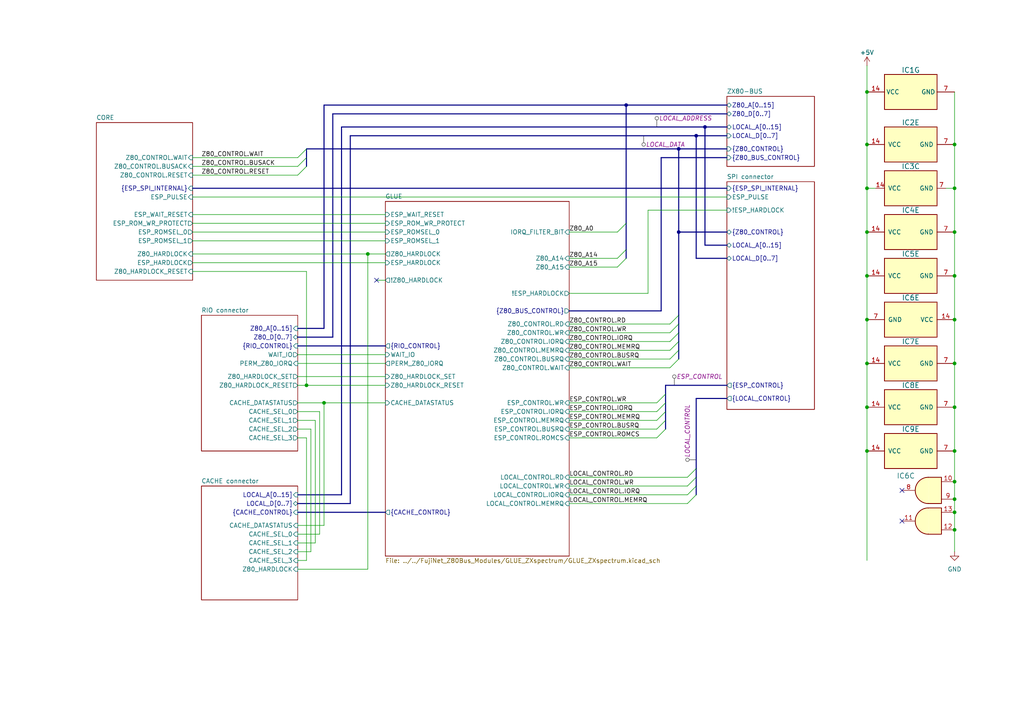
<source format=kicad_sch>
(kicad_sch (version 20230121) (generator eeschema)
  (paper "A4")
  (title_block (title "FujiNet Z80Bus reference design") (date "2023-05-13") (rev "0.1") (company "FujiNet"))
  (lib_symbols
    (symbol "74xx:74HC04"
      (property "Reference" "U" (at 0 1.27 0))
      (property "Value" "74HC04" (at 0 -1.27 0))
      (symbol "74HC04_1_0"
        (polyline (pts (xy -3.81 3.81) (xy -3.81 -3.81) (xy 3.81 0) (xy -3.81 3.81)) (stroke (width 0.254)) (fill (type background)))
        (pin input line (at -7.62 0 0) (length 3.81) (name "~") (number "1"))
        (pin output inverted (at 7.62 0 180) (length 3.81) (name "~") (number "2"))
      )
      (symbol "74HC04_2_0"
        (polyline (pts (xy -3.81 3.81) (xy -3.81 -3.81) (xy 3.81 0) (xy -3.81 3.81)) (stroke (width 0.254)) (fill (type background)))
        (pin input line (at -7.62 0 0) (length 3.81) (name "~") (number "3"))
        (pin output inverted (at 7.62 0 180) (length 3.81) (name "~") (number "4"))
      )
      (symbol "74HC04_3_0"
        (polyline (pts (xy -3.81 3.81) (xy -3.81 -3.81) (xy 3.81 0) (xy -3.81 3.81)) (stroke (width 0.254)) (fill (type background)))
        (pin input line (at -7.62 0 0) (length 3.81) (name "~") (number "5"))
        (pin output inverted (at 7.62 0 180) (length 3.81) (name "~") (number "6"))
      )
      (symbol "74HC04_4_0"
        (polyline (pts (xy -3.81 3.81) (xy -3.81 -3.81) (xy 3.81 0) (xy -3.81 3.81)) (stroke (width 0.254)) (fill (type background)))
        (pin output inverted (at 7.62 0 180) (length 3.81) (name "~") (number "8"))
        (pin input line (at -7.62 0 0) (length 3.81) (name "~") (number "9"))
      )
      (symbol "74HC04_5_0"
        (polyline (pts (xy -3.81 3.81) (xy -3.81 -3.81) (xy 3.81 0) (xy -3.81 3.81)) (stroke (width 0.254)) (fill (type background)))
        (pin output inverted (at 7.62 0 180) (length 3.81) (name "~") (number "10"))
        (pin input line (at -7.62 0 0) (length 3.81) (name "~") (number "11"))
      )
      (symbol "74HC04_6_0"
        (polyline (pts (xy -3.81 3.81) (xy -3.81 -3.81) (xy 3.81 0) (xy -3.81 3.81)) (stroke (width 0.254)) (fill (type background)))
        (pin output inverted (at 7.62 0 180) (length 3.81) (name "~") (number "12"))
        (pin input line (at -7.62 0 0) (length 3.81) (name "~") (number "13"))
      )
      (symbol "74HC04_7_0"
        (pin power_in line (at 0 12.7 270) (length 5.08) (name "VCC") (number "14"))
        (pin power_in line (at 0 -12.7 90) (length 5.08) (name "GND") (number "7"))
      )
      (symbol "74HC04_7_1"
        (rectangle (start -5.08 7.62) (end 5.08 -7.62) (stroke (width 0.254)) (fill (type background)))
      )
    )
    (symbol "74xx:74HC74" (pin_names (offset 1.016))
      (property "Reference" "U" (at -7.62 8.89 0))
      (property "Value" "74HC74" (at -7.62 -8.89 0))
      (symbol "74HC74_1_0"
        (pin input line (at 0 -7.62 90) (length 2.54) (name "~{R}") (number "1"))
        (pin input line (at -7.62 2.54 0) (length 2.54) (name "D") (number "2"))
        (pin input clock (at -7.62 0 0) (length 2.54) (name "C") (number "3"))
        (pin input line (at 0 7.62 270) (length 2.54) (name "~{S}") (number "4"))
        (pin output line (at 7.62 2.54 180) (length 2.54) (name "Q") (number "5"))
        (pin output line (at 7.62 -2.54 180) (length 2.54) (name "~{Q}") (number "6"))
      )
      (symbol "74HC74_1_1"
        (rectangle (start -5.08 5.08) (end 5.08 -5.08) (stroke (width 0.254)) (fill (type background)))
      )
      (symbol "74HC74_2_0"
        (pin input line (at 0 7.62 270) (length 2.54) (name "~{S}") (number "10"))
        (pin input clock (at -7.62 0 0) (length 2.54) (name "C") (number "11"))
        (pin input line (at -7.62 2.54 0) (length 2.54) (name "D") (number "12"))
        (pin input line (at 0 -7.62 90) (length 2.54) (name "~{R}") (number "13"))
        (pin output line (at 7.62 -2.54 180) (length 2.54) (name "~{Q}") (number "8"))
        (pin output line (at 7.62 2.54 180) (length 2.54) (name "Q") (number "9"))
      )
      (symbol "74HC74_2_1"
        (rectangle (start -5.08 5.08) (end 5.08 -5.08) (stroke (width 0.254)) (fill (type background)))
      )
      (symbol "74HC74_3_0"
        (pin power_in line (at 0 10.16 270) (length 2.54) (name "VCC") (number "14"))
        (pin power_in line (at 0 -10.16 90) (length 2.54) (name "GND") (number "7"))
      )
      (symbol "74HC74_3_1"
        (rectangle (start -5.08 7.62) (end 5.08 -7.62) (stroke (width 0.254)) (fill (type background)))
      )
    )
    (symbol "74xx:74LS08" (pin_names (offset 1.016))
      (property "Reference" "U" (at 0 1.27 0))
      (property "Value" "74LS08" (at 0 -1.27 0))
      (symbol "74LS08_1_1"
        (arc (start 0 -3.81) (mid 3.7934 0) (end 0 3.81) (stroke (width 0.254)) (fill (type background)))
        (polyline (pts (xy 0 3.81) (xy -3.81 3.81) (xy -3.81 -3.81) (xy 0 -3.81)) (stroke (width 0.254)) (fill (type background)))
        (pin input line (at -7.62 2.54 0) (length 3.81) (name "~") (number "1"))
        (pin input line (at -7.62 -2.54 0) (length 3.81) (name "~") (number "2"))
        (pin output line (at 7.62 0 180) (length 3.81) (name "~") (number "3"))
      )
      (symbol "74LS08_1_2"
        (arc (start -3.81 -3.81) (mid -2.589 0) (end -3.81 3.81) (stroke (width 0.254)))
        (arc (start -0.6096 -3.81) (mid 2.1842 -2.5851) (end 3.81 0) (stroke (width 0.254)) (fill (type background)))
        (polyline (pts (xy -3.81 -3.81) (xy -0.635 -3.81)) (stroke (width 0.254)) (fill (type background)))
        (polyline (pts (xy -3.81 3.81) (xy -0.635 3.81)) (stroke (width 0.254)) (fill (type background)))
        (polyline (pts (xy -0.635 3.81) (xy -3.81 3.81) (xy -3.81 3.81) (xy -3.556 3.4036) (xy -3.0226 2.2606) (xy -2.6924 1.0414) (xy -2.6162 -0.254) (xy -2.7686 -1.4986) (xy -3.175 -2.7178) (xy -3.81 -3.81) (xy -3.81 -3.81) (xy -0.635 -3.81)) (stroke (width -25.4)) (fill (type background)))
        (arc (start 3.81 0) (mid 2.1915 2.5936) (end -0.6096 3.81) (stroke (width 0.254)) (fill (type background)))
        (pin input inverted (at -7.62 2.54 0) (length 4.318) (name "~") (number "1"))
        (pin input inverted (at -7.62 -2.54 0) (length 4.318) (name "~") (number "2"))
        (pin output inverted (at 7.62 0 180) (length 3.81) (name "~") (number "3"))
      )
      (symbol "74LS08_2_1"
        (arc (start 0 -3.81) (mid 3.7934 0) (end 0 3.81) (stroke (width 0.254)) (fill (type background)))
        (polyline (pts (xy 0 3.81) (xy -3.81 3.81) (xy -3.81 -3.81) (xy 0 -3.81)) (stroke (width 0.254)) (fill (type background)))
        (pin input line (at -7.62 2.54 0) (length 3.81) (name "~") (number "4"))
        (pin input line (at -7.62 -2.54 0) (length 3.81) (name "~") (number "5"))
        (pin output line (at 7.62 0 180) (length 3.81) (name "~") (number "6"))
      )
      (symbol "74LS08_2_2"
        (arc (start -3.81 -3.81) (mid -2.589 0) (end -3.81 3.81) (stroke (width 0.254)))
        (arc (start -0.6096 -3.81) (mid 2.1842 -2.5851) (end 3.81 0) (stroke (width 0.254)) (fill (type background)))
        (polyline (pts (xy -3.81 -3.81) (xy -0.635 -3.81)) (stroke (width 0.254)) (fill (type background)))
        (polyline (pts (xy -3.81 3.81) (xy -0.635 3.81)) (stroke (width 0.254)) (fill (type background)))
        (polyline (pts (xy -0.635 3.81) (xy -3.81 3.81) (xy -3.81 3.81) (xy -3.556 3.4036) (xy -3.0226 2.2606) (xy -2.6924 1.0414) (xy -2.6162 -0.254) (xy -2.7686 -1.4986) (xy -3.175 -2.7178) (xy -3.81 -3.81) (xy -3.81 -3.81) (xy -0.635 -3.81)) (stroke (width -25.4)) (fill (type background)))
        (arc (start 3.81 0) (mid 2.1915 2.5936) (end -0.6096 3.81) (stroke (width 0.254)) (fill (type background)))
        (pin input inverted (at -7.62 2.54 0) (length 4.318) (name "~") (number "4"))
        (pin input inverted (at -7.62 -2.54 0) (length 4.318) (name "~") (number "5"))
        (pin output inverted (at 7.62 0 180) (length 3.81) (name "~") (number "6"))
      )
      (symbol "74LS08_3_1"
        (arc (start 0 -3.81) (mid 3.7934 0) (end 0 3.81) (stroke (width 0.254)) (fill (type background)))
        (polyline (pts (xy 0 3.81) (xy -3.81 3.81) (xy -3.81 -3.81) (xy 0 -3.81)) (stroke (width 0.254)) (fill (type background)))
        (pin input line (at -7.62 -2.54 0) (length 3.81) (name "~") (number "10"))
        (pin output line (at 7.62 0 180) (length 3.81) (name "~") (number "8"))
        (pin input line (at -7.62 2.54 0) (length 3.81) (name "~") (number "9"))
      )
      (symbol "74LS08_3_2"
        (arc (start -3.81 -3.81) (mid -2.589 0) (end -3.81 3.81) (stroke (width 0.254)))
        (arc (start -0.6096 -3.81) (mid 2.1842 -2.5851) (end 3.81 0) (stroke (width 0.254)) (fill (type background)))
        (polyline (pts (xy -3.81 -3.81) (xy -0.635 -3.81)) (stroke (width 0.254)) (fill (type background)))
        (polyline (pts (xy -3.81 3.81) (xy -0.635 3.81)) (stroke (width 0.254)) (fill (type background)))
        (polyline (pts (xy -0.635 3.81) (xy -3.81 3.81) (xy -3.81 3.81) (xy -3.556 3.4036) (xy -3.0226 2.2606) (xy -2.6924 1.0414) (xy -2.6162 -0.254) (xy -2.7686 -1.4986) (xy -3.175 -2.7178) (xy -3.81 -3.81) (xy -3.81 -3.81) (xy -0.635 -3.81)) (stroke (width -25.4)) (fill (type background)))
        (arc (start 3.81 0) (mid 2.1915 2.5936) (end -0.6096 3.81) (stroke (width 0.254)) (fill (type background)))
        (pin input inverted (at -7.62 -2.54 0) (length 4.318) (name "~") (number "10"))
        (pin output inverted (at 7.62 0 180) (length 3.81) (name "~") (number "8"))
        (pin input inverted (at -7.62 2.54 0) (length 4.318) (name "~") (number "9"))
      )
      (symbol "74LS08_4_1"
        (arc (start 0 -3.81) (mid 3.7934 0) (end 0 3.81) (stroke (width 0.254)) (fill (type background)))
        (polyline (pts (xy 0 3.81) (xy -3.81 3.81) (xy -3.81 -3.81) (xy 0 -3.81)) (stroke (width 0.254)) (fill (type background)))
        (pin output line (at 7.62 0 180) (length 3.81) (name "~") (number "11"))
        (pin input line (at -7.62 2.54 0) (length 3.81) (name "~") (number "12"))
        (pin input line (at -7.62 -2.54 0) (length 3.81) (name "~") (number "13"))
      )
      (symbol "74LS08_4_2"
        (arc (start -3.81 -3.81) (mid -2.589 0) (end -3.81 3.81) (stroke (width 0.254)))
        (arc (start -0.6096 -3.81) (mid 2.1842 -2.5851) (end 3.81 0) (stroke (width 0.254)) (fill (type background)))
        (polyline (pts (xy -3.81 -3.81) (xy -0.635 -3.81)) (stroke (width 0.254)) (fill (type background)))
        (polyline (pts (xy -3.81 3.81) (xy -0.635 3.81)) (stroke (width 0.254)) (fill (type background)))
        (polyline (pts (xy -0.635 3.81) (xy -3.81 3.81) (xy -3.81 3.81) (xy -3.556 3.4036) (xy -3.0226 2.2606) (xy -2.6924 1.0414) (xy -2.6162 -0.254) (xy -2.7686 -1.4986) (xy -3.175 -2.7178) (xy -3.81 -3.81) (xy -3.81 -3.81) (xy -0.635 -3.81)) (stroke (width -25.4)) (fill (type background)))
        (arc (start 3.81 0) (mid 2.1915 2.5936) (end -0.6096 3.81) (stroke (width 0.254)) (fill (type background)))
        (pin output inverted (at 7.62 0 180) (length 3.81) (name "~") (number "11"))
        (pin input inverted (at -7.62 2.54 0) (length 4.318) (name "~") (number "12"))
        (pin input inverted (at -7.62 -2.54 0) (length 4.318) (name "~") (number "13"))
      )
      (symbol "74LS08_5_0"
        (pin power_in line (at 0 12.7 270) (length 5.08) (name "VCC") (number "14"))
        (pin power_in line (at 0 -12.7 90) (length 5.08) (name "GND") (number "7"))
      )
      (symbol "74LS08_5_1"
        (rectangle (start -5.08 7.62) (end 5.08 -7.62) (stroke (width 0.254)) (fill (type background)))
      )
    )
    (symbol "74xx:74LS32" (pin_names (offset 1.016))
      (property "Reference" "U" (at 0 1.27 0))
      (property "Value" "74LS32" (at 0 -1.27 0))
      (symbol "74LS32_1_1"
        (arc (start -3.81 -3.81) (mid -2.589 0) (end -3.81 3.81) (stroke (width 0.254)))
        (arc (start -0.6096 -3.81) (mid 2.1842 -2.5851) (end 3.81 0) (stroke (width 0.254)) (fill (type background)))
        (polyline (pts (xy -3.81 -3.81) (xy -0.635 -3.81)) (stroke (width 0.254)) (fill (type background)))
        (polyline (pts (xy -3.81 3.81) (xy -0.635 3.81)) (stroke (width 0.254)) (fill (type background)))
        (polyline (pts (xy -0.635 3.81) (xy -3.81 3.81) (xy -3.81 3.81) (xy -3.556 3.4036) (xy -3.0226 2.2606) (xy -2.6924 1.0414) (xy -2.6162 -0.254) (xy -2.7686 -1.4986) (xy -3.175 -2.7178) (xy -3.81 -3.81) (xy -3.81 -3.81) (xy -0.635 -3.81)) (stroke (width -25.4)) (fill (type background)))
        (arc (start 3.81 0) (mid 2.1915 2.5936) (end -0.6096 3.81) (stroke (width 0.254)) (fill (type background)))
        (pin input line (at -7.62 2.54 0) (length 4.318) (name "~") (number "1"))
        (pin input line (at -7.62 -2.54 0) (length 4.318) (name "~") (number "2"))
        (pin output line (at 7.62 0 180) (length 3.81) (name "~") (number "3"))
      )
      (symbol "74LS32_1_2"
        (arc (start 0 -3.81) (mid 3.7934 0) (end 0 3.81) (stroke (width 0.254)) (fill (type background)))
        (polyline (pts (xy 0 3.81) (xy -3.81 3.81) (xy -3.81 -3.81) (xy 0 -3.81)) (stroke (width 0.254)) (fill (type background)))
        (pin input inverted (at -7.62 2.54 0) (length 3.81) (name "~") (number "1"))
        (pin input inverted (at -7.62 -2.54 0) (length 3.81) (name "~") (number "2"))
        (pin output inverted (at 7.62 0 180) (length 3.81) (name "~") (number "3"))
      )
      (symbol "74LS32_2_1"
        (arc (start -3.81 -3.81) (mid -2.589 0) (end -3.81 3.81) (stroke (width 0.254)))
        (arc (start -0.6096 -3.81) (mid 2.1842 -2.5851) (end 3.81 0) (stroke (width 0.254)) (fill (type background)))
        (polyline (pts (xy -3.81 -3.81) (xy -0.635 -3.81)) (stroke (width 0.254)) (fill (type background)))
        (polyline (pts (xy -3.81 3.81) (xy -0.635 3.81)) (stroke (width 0.254)) (fill (type background)))
        (polyline (pts (xy -0.635 3.81) (xy -3.81 3.81) (xy -3.81 3.81) (xy -3.556 3.4036) (xy -3.0226 2.2606) (xy -2.6924 1.0414) (xy -2.6162 -0.254) (xy -2.7686 -1.4986) (xy -3.175 -2.7178) (xy -3.81 -3.81) (xy -3.81 -3.81) (xy -0.635 -3.81)) (stroke (width -25.4)) (fill (type background)))
        (arc (start 3.81 0) (mid 2.1915 2.5936) (end -0.6096 3.81) (stroke (width 0.254)) (fill (type background)))
        (pin input line (at -7.62 2.54 0) (length 4.318) (name "~") (number "4"))
        (pin input line (at -7.62 -2.54 0) (length 4.318) (name "~") (number "5"))
        (pin output line (at 7.62 0 180) (length 3.81) (name "~") (number "6"))
      )
      (symbol "74LS32_2_2"
        (arc (start 0 -3.81) (mid 3.7934 0) (end 0 3.81) (stroke (width 0.254)) (fill (type background)))
        (polyline (pts (xy 0 3.81) (xy -3.81 3.81) (xy -3.81 -3.81) (xy 0 -3.81)) (stroke (width 0.254)) (fill (type background)))
        (pin input inverted (at -7.62 2.54 0) (length 3.81) (name "~") (number "4"))
        (pin input inverted (at -7.62 -2.54 0) (length 3.81) (name "~") (number "5"))
        (pin output inverted (at 7.62 0 180) (length 3.81) (name "~") (number "6"))
      )
      (symbol "74LS32_3_1"
        (arc (start -3.81 -3.81) (mid -2.589 0) (end -3.81 3.81) (stroke (width 0.254)))
        (arc (start -0.6096 -3.81) (mid 2.1842 -2.5851) (end 3.81 0) (stroke (width 0.254)) (fill (type background)))
        (polyline (pts (xy -3.81 -3.81) (xy -0.635 -3.81)) (stroke (width 0.254)) (fill (type background)))
        (polyline (pts (xy -3.81 3.81) (xy -0.635 3.81)) (stroke (width 0.254)) (fill (type background)))
        (polyline (pts (xy -0.635 3.81) (xy -3.81 3.81) (xy -3.81 3.81) (xy -3.556 3.4036) (xy -3.0226 2.2606) (xy -2.6924 1.0414) (xy -2.6162 -0.254) (xy -2.7686 -1.4986) (xy -3.175 -2.7178) (xy -3.81 -3.81) (xy -3.81 -3.81) (xy -0.635 -3.81)) (stroke (width -25.4)) (fill (type background)))
        (arc (start 3.81 0) (mid 2.1915 2.5936) (end -0.6096 3.81) (stroke (width 0.254)) (fill (type background)))
        (pin input line (at -7.62 -2.54 0) (length 4.318) (name "~") (number "10"))
        (pin output line (at 7.62 0 180) (length 3.81) (name "~") (number "8"))
        (pin input line (at -7.62 2.54 0) (length 4.318) (name "~") (number "9"))
      )
      (symbol "74LS32_3_2"
        (arc (start 0 -3.81) (mid 3.7934 0) (end 0 3.81) (stroke (width 0.254)) (fill (type background)))
        (polyline (pts (xy 0 3.81) (xy -3.81 3.81) (xy -3.81 -3.81) (xy 0 -3.81)) (stroke (width 0.254)) (fill (type background)))
        (pin input inverted (at -7.62 -2.54 0) (length 3.81) (name "~") (number "10"))
        (pin output inverted (at 7.62 0 180) (length 3.81) (name "~") (number "8"))
        (pin input inverted (at -7.62 2.54 0) (length 3.81) (name "~") (number "9"))
      )
      (symbol "74LS32_4_1"
        (arc (start -3.81 -3.81) (mid -2.589 0) (end -3.81 3.81) (stroke (width 0.254)))
        (arc (start -0.6096 -3.81) (mid 2.1842 -2.5851) (end 3.81 0) (stroke (width 0.254)) (fill (type background)))
        (polyline (pts (xy -3.81 -3.81) (xy -0.635 -3.81)) (stroke (width 0.254)) (fill (type background)))
        (polyline (pts (xy -3.81 3.81) (xy -0.635 3.81)) (stroke (width 0.254)) (fill (type background)))
        (polyline (pts (xy -0.635 3.81) (xy -3.81 3.81) (xy -3.81 3.81) (xy -3.556 3.4036) (xy -3.0226 2.2606) (xy -2.6924 1.0414) (xy -2.6162 -0.254) (xy -2.7686 -1.4986) (xy -3.175 -2.7178) (xy -3.81 -3.81) (xy -3.81 -3.81) (xy -0.635 -3.81)) (stroke (width -25.4)) (fill (type background)))
        (arc (start 3.81 0) (mid 2.1915 2.5936) (end -0.6096 3.81) (stroke (width 0.254)) (fill (type background)))
        (pin output line (at 7.62 0 180) (length 3.81) (name "~") (number "11"))
        (pin input line (at -7.62 2.54 0) (length 4.318) (name "~") (number "12"))
        (pin input line (at -7.62 -2.54 0) (length 4.318) (name "~") (number "13"))
      )
      (symbol "74LS32_4_2"
        (arc (start 0 -3.81) (mid 3.7934 0) (end 0 3.81) (stroke (width 0.254)) (fill (type background)))
        (polyline (pts (xy 0 3.81) (xy -3.81 3.81) (xy -3.81 -3.81) (xy 0 -3.81)) (stroke (width 0.254)) (fill (type background)))
        (pin output inverted (at 7.62 0 180) (length 3.81) (name "~") (number "11"))
        (pin input inverted (at -7.62 2.54 0) (length 3.81) (name "~") (number "12"))
        (pin input inverted (at -7.62 -2.54 0) (length 3.81) (name "~") (number "13"))
      )
      (symbol "74LS32_5_0"
        (pin power_in line (at 0 12.7 270) (length 5.08) (name "VCC") (number "14"))
        (pin power_in line (at 0 -12.7 90) (length 5.08) (name "GND") (number "7"))
      )
      (symbol "74LS32_5_1"
        (rectangle (start -5.08 7.62) (end 5.08 -7.62) (stroke (width 0.254)) (fill (type background)))
      )
    )
    (symbol "power:+5V" (power) (pin_names (offset 0))
      (property "Value" "+5V" (at 0 3.556 0))
      (symbol "+5V_0_1"
        (polyline (pts (xy -0.762 1.27) (xy 0 2.54)))
        (polyline (pts (xy 0 0) (xy 0 2.54)))
        (polyline (pts (xy 0 2.54) (xy 0.762 1.27)))
      )
      (symbol "+5V_1_1"
        (pin power_in line (at 0 0 90) (length 0) hide (name "+5V") (number "1"))
      )
    )
    (symbol "power:GND" (power) (pin_names (offset 0))
      (property "Value" "GND" (at 0 -3.81 0))
      (symbol "GND_0_1"
        (polyline (pts (xy 0 0) (xy 0 -1.27) (xy 1.27 -1.27) (xy 0 -2.54) (xy -1.27 -1.27) (xy 0 -1.27)))
      )
      (symbol "GND_1_1"
        (pin power_in line (at 0 0 270) (length 0) hide (name "GND") (number "1"))
      )
    )
  )
  (bus_alias "Z80_CONTROL" (members "Z80_CONTROL.RD" "Z80_CONTROL.WR" "Z80_CONTROL.IORQ" "Z80_CONTROL.MEMRQ" "Z80_CONTROL.BUSRQ" "Z80_CONTROL.WAIT" "Z80_CONTROL.ROMCS" "Z80_CONTROL.BUSACK" "Z80_CONTROL.NMI" "Z80_CONTROL.RESET"))
  (bus_alias "ESP_CONTROL" (members "ESP_CONTROL.RD" "ESP_CONTROL.WR" "ESP_CONTROL.IORQ" "ESP_CONTROL.MEMRQ" "ESP_CONTROL.BUSRQ" "ESP_CONTROL.WAIT" "ESP_CONTROL.ROMCS" "ESP_CONTROL.NMI"))
  (junction (at 276.86 139.7))
  (junction (at 251.46 67.31))
  (junction (at 204.47 36.83))
  (junction (at 251.46 130.81))
  (junction (at 251.46 80.01))
  (junction (at 251.46 54.61))
  (junction (at 251.46 105.41))
  (junction (at 106.68 73.66))
  (junction (at 276.86 118.11))
  (junction (at 181.61 30.48))
  (junction (at 201.93 39.37))
  (junction (at 276.86 67.31))
  (junction (at 251.46 92.71))
  (junction (at 276.86 80.01))
  (junction (at 276.86 148.59))
  (junction (at 251.46 118.11))
  (junction (at 276.86 105.41))
  (junction (at 276.86 54.61))
  (junction (at 251.46 41.91))
  (junction (at 93.98 116.84))
  (junction (at 88.9 111.76))
  (junction (at 251.46 26.67))
  (junction (at 276.86 92.71))
  (junction (at 276.86 130.81))
  (junction (at 276.86 153.67))
  (junction (at 276.86 41.91))
  (junction (at 196.85 67.31))
  (junction (at 196.85 43.18))
  (junction (at 276.86 144.78))
  (no_connect (at 109.22 81.28))
  (no_connect (at 261.62 142.24))
  (no_connect (at 261.62 151.13))
  (bus_entry (at 193.04 121.92) (size -2.54 2.54))
  (bus_entry (at 201.93 143.51) (size -2.54 2.54))
  (bus_entry (at 88.9 43.18) (size -2.54 2.54))
  (bus_entry (at 181.61 74.93) (size -2.54 2.54))
  (bus_entry (at 193.04 124.46) (size -2.54 2.54))
  (bus_entry (at 196.85 91.44) (size -2.54 2.54))
  (bus_entry (at 193.04 119.38) (size -2.54 2.54))
  (bus_entry (at 201.93 135.89) (size -2.54 2.54))
  (bus_entry (at 201.93 138.43) (size -2.54 2.54))
  (bus_entry (at 196.85 96.52) (size -2.54 2.54))
  (bus_entry (at 193.04 116.84) (size -2.54 2.54))
  (bus_entry (at 196.85 101.6) (size -2.54 2.54))
  (bus_entry (at 181.61 64.77) (size -2.54 2.54))
  (bus_entry (at 196.85 99.06) (size -2.54 2.54))
  (bus_entry (at 196.85 104.14) (size -2.54 2.54))
  (bus_entry (at 201.93 140.97) (size -2.54 2.54))
  (bus_entry (at 88.9 45.72) (size -2.54 2.54))
  (bus_entry (at 88.9 48.26) (size -2.54 2.54))
  (bus_entry (at 196.85 93.98) (size -2.54 2.54))
  (bus_entry (at 181.61 72.39) (size -2.54 2.54))
  (bus_entry (at 193.04 114.3) (size -2.54 2.54))
  (bus (pts (xy 196.85 101.6) (xy 196.85 104.14)))
  (wire (pts (xy 86.36 121.92) (xy 91.44 121.92)))
  (wire (pts (xy 165.1 116.84) (xy 190.5 116.84)))
  (wire (pts (xy 165.1 121.92) (xy 190.5 121.92)))
  (bus (pts (xy 181.61 30.48) (xy 181.61 64.77)))
  (wire (pts (xy 88.9 111.76) (xy 111.76 111.76)))
  (bus (pts (xy 96.52 97.79) (xy 96.52 33.02)))
  (bus (pts (xy 101.6 39.37) (xy 201.93 39.37)))
  (wire (pts (xy 251.46 105.41) (xy 251.46 118.11)))
  (bus (pts (xy 191.77 90.17) (xy 191.77 45.72)))
  (wire (pts (xy 165.1 127) (xy 190.5 127)))
  (wire (pts (xy 251.46 26.67) (xy 251.46 41.91)))
  (wire (pts (xy 86.36 160.02) (xy 90.17 160.02)))
  (bus (pts (xy 165.1 90.17) (xy 191.77 90.17)))
  (bus (pts (xy 196.85 99.06) (xy 196.85 101.6)))
  (bus (pts (xy 196.85 43.18) (xy 88.9 43.18)))
  (bus (pts (xy 86.36 148.59) (xy 111.76 148.59)))
  (wire (pts (xy 86.36 102.87) (xy 111.76 102.87)))
  (bus (pts (xy 204.47 71.12) (xy 204.47 36.83)))
  (bus (pts (xy 191.77 45.72) (xy 210.82 45.72)))
  (bus (pts (xy 196.85 91.44) (xy 196.85 93.98)))
  (wire (pts (xy 165.1 93.98) (xy 194.31 93.98)))
  (wire (pts (xy 86.36 116.84) (xy 93.98 116.84)))
  (wire (pts (xy 187.96 85.09) (xy 187.96 60.96)))
  (wire (pts (xy 254 54.61) (xy 251.46 54.61)))
  (wire (pts (xy 276.86 80.01) (xy 276.86 92.71)))
  (wire (pts (xy 276.86 105.41) (xy 276.86 118.11)))
  (wire (pts (xy 276.86 118.11) (xy 276.86 130.81)))
  (wire (pts (xy 274.32 54.61) (xy 276.86 54.61)))
  (bus (pts (xy 210.82 74.93) (xy 201.93 74.93)))
  (wire (pts (xy 86.36 154.94) (xy 92.71 154.94)))
  (wire (pts (xy 93.98 152.4) (xy 86.36 152.4)))
  (wire (pts (xy 165.1 67.31) (xy 179.07 67.31)))
  (wire (pts (xy 165.1 143.51) (xy 199.39 143.51)))
  (bus (pts (xy 93.98 30.48) (xy 93.98 95.25)))
  (bus (pts (xy 86.36 97.79) (xy 96.52 97.79)))
  (bus (pts (xy 201.93 39.37) (xy 210.82 39.37)))
  (bus (pts (xy 93.98 95.25) (xy 86.36 95.25)))
  (wire (pts (xy 165.1 96.52) (xy 194.31 96.52)))
  (wire (pts (xy 251.46 41.91) (xy 251.46 54.61)))
  (bus (pts (xy 204.47 71.12) (xy 210.82 71.12)))
  (wire (pts (xy 93.98 116.84) (xy 93.98 152.4)))
  (wire (pts (xy 88.9 111.76) (xy 88.9 78.74)))
  (wire (pts (xy 55.88 62.23) (xy 111.76 62.23)))
  (wire (pts (xy 90.17 160.02) (xy 90.17 124.46)))
  (wire (pts (xy 165.1 124.46) (xy 190.5 124.46)))
  (wire (pts (xy 165.1 106.68) (xy 194.31 106.68)))
  (bus (pts (xy 196.85 93.98) (xy 196.85 96.52)))
  (wire (pts (xy 251.46 92.71) (xy 251.46 105.41)))
  (wire (pts (xy 165.1 99.06) (xy 194.31 99.06)))
  (wire (pts (xy 165.1 138.43) (xy 199.39 138.43)))
  (wire (pts (xy 88.9 78.74) (xy 55.88 78.74)))
  (bus (pts (xy 201.93 140.97) (xy 201.93 143.51)))
  (wire (pts (xy 276.86 144.78) (xy 276.86 148.59)))
  (bus (pts (xy 181.61 30.48) (xy 93.98 30.48)))
  (wire (pts (xy 55.88 45.72) (xy 86.36 45.72)))
  (bus (pts (xy 55.88 54.61) (xy 210.82 54.61)))
  (bus (pts (xy 96.52 33.02) (xy 210.82 33.02)))
  (wire (pts (xy 251.46 80.01) (xy 251.46 92.71)))
  (bus (pts (xy 201.93 138.43) (xy 201.93 140.97)))
  (bus (pts (xy 193.04 111.76) (xy 193.04 114.3)))
  (wire (pts (xy 86.36 165.1) (xy 106.68 165.1)))
  (wire (pts (xy 86.36 127) (xy 88.9 127)))
  (bus (pts (xy 86.36 100.33) (xy 111.76 100.33)))
  (wire (pts (xy 276.86 153.67) (xy 276.86 160.02)))
  (bus (pts (xy 210.82 115.57) (xy 201.93 115.57)))
  (wire (pts (xy 165.1 85.09) (xy 187.96 85.09)))
  (bus (pts (xy 181.61 64.77) (xy 181.61 72.39)))
  (bus (pts (xy 193.04 114.3) (xy 193.04 116.84)))
  (bus (pts (xy 86.36 146.05) (xy 101.6 146.05)))
  (wire (pts (xy 165.1 74.93) (xy 179.07 74.93)))
  (bus (pts (xy 201.93 115.57) (xy 201.93 135.89)))
  (wire (pts (xy 251.46 67.31) (xy 251.46 80.01)))
  (bus (pts (xy 181.61 72.39) (xy 181.61 74.93)))
  (bus (pts (xy 193.04 116.84) (xy 193.04 119.38)))
  (wire (pts (xy 276.86 148.59) (xy 276.86 153.67)))
  (wire (pts (xy 91.44 121.92) (xy 91.44 157.48)))
  (bus (pts (xy 210.82 30.48) (xy 181.61 30.48)))
  (wire (pts (xy 86.36 109.22) (xy 111.76 109.22)))
  (bus (pts (xy 101.6 146.05) (xy 101.6 39.37)))
  (bus (pts (xy 210.82 43.18) (xy 196.85 43.18)))
  (wire (pts (xy 109.22 81.28) (xy 111.76 81.28)))
  (wire (pts (xy 90.17 124.46) (xy 86.36 124.46)))
  (wire (pts (xy 55.88 69.85) (xy 111.76 69.85)))
  (bus (pts (xy 196.85 67.31) (xy 210.82 67.31)))
  (bus (pts (xy 193.04 111.76) (xy 210.82 111.76)))
  (wire (pts (xy 187.96 60.96) (xy 210.82 60.96)))
  (bus (pts (xy 196.85 67.31) (xy 196.85 91.44)))
  (wire (pts (xy 55.88 73.66) (xy 106.68 73.66)))
  (wire (pts (xy 165.1 104.14) (xy 194.31 104.14)))
  (wire (pts (xy 276.86 26.67) (xy 276.86 41.91)))
  (wire (pts (xy 92.71 154.94) (xy 92.71 119.38)))
  (bus (pts (xy 201.93 74.93) (xy 201.93 39.37)))
  (wire (pts (xy 165.1 77.47) (xy 179.07 77.47)))
  (wire (pts (xy 165.1 119.38) (xy 190.5 119.38)))
  (wire (pts (xy 276.86 92.71) (xy 276.86 105.41)))
  (bus (pts (xy 196.85 43.18) (xy 196.85 67.31)))
  (bus (pts (xy 99.06 36.83) (xy 204.47 36.83)))
  (bus (pts (xy 99.06 36.83) (xy 99.06 143.51)))
  (wire (pts (xy 55.88 48.26) (xy 86.36 48.26)))
  (wire (pts (xy 276.86 67.31) (xy 276.86 80.01)))
  (bus (pts (xy 99.06 143.51) (xy 86.36 143.51)))
  (wire (pts (xy 55.88 76.2) (xy 111.76 76.2)))
  (wire (pts (xy 251.46 130.81) (xy 251.46 162.56)))
  (wire (pts (xy 276.86 139.7) (xy 276.86 144.78)))
  (bus (pts (xy 193.04 121.92) (xy 193.04 124.46)))
  (wire (pts (xy 251.46 19.05) (xy 251.46 26.67)))
  (wire (pts (xy 165.1 146.05) (xy 199.39 146.05)))
  (bus (pts (xy 201.93 135.89) (xy 201.93 138.43)))
  (wire (pts (xy 106.68 73.66) (xy 111.76 73.66)))
  (wire (pts (xy 106.68 165.1) (xy 106.68 73.66)))
  (wire (pts (xy 88.9 127) (xy 88.9 162.56)))
  (wire (pts (xy 92.71 119.38) (xy 86.36 119.38)))
  (bus (pts (xy 193.04 119.38) (xy 193.04 121.92)))
  (wire (pts (xy 55.88 67.31) (xy 111.76 67.31)))
  (wire (pts (xy 55.88 64.77) (xy 111.76 64.77)))
  (wire (pts (xy 55.88 50.8) (xy 86.36 50.8)))
  (wire (pts (xy 88.9 162.56) (xy 86.36 162.56)))
  (wire (pts (xy 93.98 116.84) (xy 111.76 116.84)))
  (wire (pts (xy 251.46 54.61) (xy 251.46 67.31)))
  (wire (pts (xy 86.36 111.76) (xy 88.9 111.76)))
  (bus (pts (xy 210.82 36.83) (xy 204.47 36.83)))
  (wire (pts (xy 55.88 57.15) (xy 210.82 57.15)))
  (wire (pts (xy 165.1 140.97) (xy 199.39 140.97)))
  (wire (pts (xy 276.86 130.81) (xy 276.86 139.7)))
  (wire (pts (xy 165.1 101.6) (xy 194.31 101.6)))
  (bus (pts (xy 88.9 45.72) (xy 88.9 48.26)))
  (bus (pts (xy 196.85 96.52) (xy 196.85 99.06)))
  (wire (pts (xy 251.46 118.11) (xy 251.46 130.81)))
  (bus (pts (xy 88.9 43.18) (xy 88.9 45.72)))
  (wire (pts (xy 276.86 41.91) (xy 276.86 54.61)))
  (wire (pts (xy 86.36 105.41) (xy 111.76 105.41)))
  (wire (pts (xy 91.44 157.48) (xy 86.36 157.48)))
  (wire (pts (xy 276.86 54.61) (xy 276.86 67.31)))
  (label "Z80_CONTROL.BUSACK" (at 58.42 48.26 0))
  (label "Z80_A0" (at 165.1 67.31 0))
  (label "ESP_CONTROL.IORQ" (at 165.1 119.38 0))
  (label "Z80_CONTROL.RESET" (at 58.42 50.8 0))
  (label "LOCAL_CONTROL.MEMRQ" (at 165.1 146.05 0))
  (label "ESP_CONTROL.BUSRQ" (at 165.1 124.46 0))
  (label "ESP_CONTROL.ROMCS" (at 165.1 127 0))
  (label "ESP_CONTROL.MEMRQ" (at 165.1 121.92 0))
  (label "LOCAL_CONTROL.WR" (at 165.1 140.97 0))
  (label "LOCAL_CONTROL.RD" (at 165.1 138.43 0))
  (label "ESP_CONTROL.WR" (at 165.1 116.84 0))
  (label "Z80_A15" (at 165.1 77.47 0))
  (label "Z80_CONTROL.WAIT" (at 165.1 106.68 0))
  (label "LOCAL_CONTROL.IORQ" (at 165.1 143.51 0))
  (label "Z80_CONTROL.IORQ" (at 165.1 99.06 0))
  (label "Z80_CONTROL.WAIT" (at 58.42 45.72 0))
  (label "Z80_A14" (at 165.1 74.93 0))
  (label "Z80_CONTROL.RD" (at 165.1 93.98 0))
  (label "Z80_CONTROL.BUSRQ" (at 165.1 104.14 0))
  (label "Z80_CONTROL.MEMRQ" (at 165.1 101.6 0))
  (label "Z80_CONTROL.WR" (at 165.1 96.52 0))
  (netclass_flag "" (length 2.54) (shape round) (at 186.69 39.37 180) (property "Netclass" "LOCAL_DATA" (at 187.2996 41.91 0) (effects (font italic) (justify left))))
  (netclass_flag "" (length 2.54) (shape round) (at 190.5 36.83 0) (property "Netclass" "LOCAL_ADDRESS" (at 191.1096 34.29 0) (effects (font italic) (justify left))))
  (netclass_flag "" (length 2.54) (shape round) (at 195.58 111.76 0) (property "Netclass" "ESP_CONTROL" (at 196.1896 109.22 0) (effects (font italic) (justify left))))
  (netclass_flag "" (length 2.54) (shape round) (at 201.93 133.35 90) (property "Netclass" "LOCAL_CONTROL" (at 199.39 132.7404 90) (effects (font italic) (justify left))))
  (symbol (lib_id "74xx:74LS32") (at 264.16 80.01 90) (unit 5)
    (property "Reference" "IC5" (at 264.16 73.66 90) (effects (font (size 1.4986 1.4986))))
    (property "Value" "74HC32N" (effects hide))
    (property "Footprint" "Package_DIP:DIP-14_W7.62mm_Socket" (effects hide))
    (property "Datasheet" "http://www.ti.com/lit/gpn/sn74LS32" (effects hide))
  )
  (symbol (lib_id "74xx:74LS32") (at 264.16 105.41 90) (unit 5)
    (property "Reference" "IC7" (at 264.16 99.06 90) (effects (font (size 1.4986 1.4986))))
    (property "Value" "74HC32N" (effects hide))
    (property "Footprint" "Package_DIP:DIP-14_W7.62mm_Socket" (effects hide))
    (property "Datasheet" "http://www.ti.com/lit/gpn/sn74LS32" (effects hide))
  )
  (symbol (lib_id "74xx:74LS08") (at 269.24 151.13 180) (unit 4)
    (property "Reference" "IC6" (effects hide))
    (property "Value" "74HC08N" (effects hide))
    (property "Footprint" "Package_DIP:DIP-14_W7.62mm_Socket" (effects hide))
    (property "Datasheet" "http://www.ti.com/lit/gpn/sn74LS08" (effects hide))
  )
  (symbol (lib_id "74xx:74HC04") (at 264.16 26.67 90) (unit 7)
    (property "Reference" "IC1" (at 264.16 20.32 90) (effects (font (size 1.4986 1.4986))))
    (property "Value" "7404N" (effects hide))
    (property "Footprint" "Package_DIP:DIP-14_W7.62mm_Socket" (effects hide))
    (property "Datasheet" "https://assets.nexperia.com/documents/data-sheet/74HC_HCT04.pdf" (effects hide))
  )
  (symbol (lib_id "74xx:74HC74") (at 264.16 54.61 90) (unit 3)
    (property "Reference" "IC3" (at 264.16 48.26 90) (effects (font (size 1.4986 1.4986))))
    (property "Value" "7474N" (effects hide))
    (property "Footprint" "Package_DIP:DIP-14_W7.62mm_Socket" (effects hide))
    (property "Datasheet" "74xx/74hc_hct74.pdf" (effects hide))
  )
  (symbol (lib_id "74xx:74LS08") (at 269.24 142.24 180) (unit 3)
    (property "Reference" "IC6" (at 265.43 137.16 0) (effects (font (size 1.4986 1.4986)) (justify left bottom)))
    (property "Value" "74HC08N" (effects hide))
    (property "Footprint" "Package_DIP:DIP-14_W7.62mm_Socket" (effects hide))
    (property "Datasheet" "http://www.ti.com/lit/gpn/sn74LS08" (effects hide))
  )
  (symbol (lib_id "power:+5V") (at 251.46 19.05 0) (unit 1)
    (property "Reference" "#PWR011" (effects hide))
    (property "Value" "+5V" (at 251.46 15.24 0))
  )
  (symbol (lib_id "74xx:74LS32") (at 264.16 130.81 90) (unit 5)
    (property "Reference" "IC9" (at 264.16 124.46 90) (effects (font (size 1.4986 1.4986))))
    (property "Value" "74HC32N" (effects hide))
    (property "Footprint" "Package_DIP:DIP-14_W7.62mm_Socket" (effects hide))
    (property "Datasheet" "http://www.ti.com/lit/gpn/sn74LS32" (effects hide))
  )
  (symbol (lib_id "power:GND") (at 276.86 160.02 0) (unit 1)
    (property "Reference" "#PWR012" (effects hide))
    (property "Value" "GND" (at 276.86 165.1 0))
  )
  (symbol (lib_id "74xx:74LS32") (at 264.16 41.91 90) (unit 5)
    (property "Reference" "IC2" (at 264.16 35.56 90) (effects (font (size 1.4986 1.4986))))
    (property "Value" "74HC32N" (effects hide))
    (property "Footprint" "Package_DIP:DIP-14_W7.62mm_Socket" (effects hide))
    (property "Datasheet" "http://www.ti.com/lit/gpn/sn74LS32" (effects hide))
  )
  (symbol (lib_id "74xx:74LS08") (at 264.16 67.31 90) (unit 5)
    (property "Reference" "IC4" (at 264.16 60.96 90) (effects (font (size 1.4986 1.4986))))
    (property "Value" "74HC08N" (effects hide))
    (property "Footprint" "Package_DIP:DIP-14_W7.62mm_Socket" (effects hide))
    (property "Datasheet" "http://www.ti.com/lit/gpn/sn74LS08" (effects hide))
  )
  (symbol (lib_id "74xx:74LS08") (at 264.16 92.71 270) (mirror x) (unit 5)
    (property "Reference" "IC6" (at 264.16 86.36 90) (effects (font (size 1.4986 1.4986))))
    (property "Value" "74HC08N" (effects hide))
    (property "Footprint" "Package_DIP:DIP-14_W7.62mm_Socket" (effects hide))
    (property "Datasheet" "http://www.ti.com/lit/gpn/sn74LS08" (effects hide))
  )
  (symbol (lib_id "74xx:74LS08") (at 264.16 118.11 90) (unit 5)
    (property "Reference" "IC8" (at 264.16 111.76 90) (effects (font (size 1.4986 1.4986))))
    (property "Value" "74HC08N" (effects hide))
    (property "Footprint" "Package_DIP:DIP-14_W7.62mm_Socket" (effects hide))
    (property "Datasheet" "http://www.ti.com/lit/gpn/sn74LS08" (effects hide))
  )
  (sheet (at 58.42 140.97) (size 27.94 33.02) (stroke (width 0.1524))
    (property "Sheetname" "CACHE connector" (at 58.42 140.2584 0) (effects (justify left bottom)))
    (property "Sheetfile" "../../FujiNet_Z80Bus_Modules/IOCACHE-128K_ZXspectrum/IOCACHE-128K_ZXspectrum_impl_narrow/IOCACHE-128K_ZXspectrum_connectors.kicad_sch" (effects hide))
    (pin "LOCAL_D[0..7]" bidirectional (at 86.36 146.05 0))
    (pin "LOCAL_A[0..15]" input (at 86.36 143.51 0))
    (pin "{CACHE_CONTROL}" input (at 86.36 148.59 0))
    (pin "CACHE_DATASTATUS" input (at 86.36 152.4 0))
    (pin "CACHE_SEL_2" input (at 86.36 160.02 0))
    (pin "CACHE_SEL_1" input (at 86.36 157.48 0))
    (pin "CACHE_SEL_0" input (at 86.36 154.94 0))
    (pin "Z80_HARDLOCK" input (at 86.36 165.1 0))
    (pin "CACHE_SEL_3" input (at 86.36 162.56 0))
  )
  (sheet (at 210.82 27.94) (size 25.4 20.32) (stroke (width 0.1524))
    (property "Sheetname" "ZX80-BUS" (at 210.82 27.2284 0) (effects (justify left bottom)))
    (property "Sheetfile" "../../FujiNet_Z80Bus_Modules/Z80-BUS_ZXspectrum48K/Z80-BUS_ZXspectrum48K.kicad_sch" (effects hide))
    (pin "Z80_A[0..15]" bidirectional (at 210.82 30.48 180))
    (pin "{Z80_CONTROL}" input (at 210.82 43.18 180))
    (pin "LOCAL_A[0..15]" bidirectional (at 210.82 36.83 180))
    (pin "Z80_D[0..7]" bidirectional (at 210.82 33.02 180))
    (pin "LOCAL_D[0..7]" input (at 210.82 39.37 180))
    (pin "{Z80_BUS_CONTROL}" input (at 210.82 45.72 180))
  )
  (sheet (at 27.94 35.56) (size 27.94 45.72) (stroke (width 0.1524))
    (property "Sheetname" "CORE" (at 27.94 34.8484 0) (effects (justify left bottom)))
    (property "Sheetfile" "../../FujiNet_Z80Bus_Modules/CORE_ESP32-WROVER/CORE_ESP32-WROVER.kicad_sch" (effects hide))
    (pin "Z80_HARDLOCK" input (at 55.88 73.66 0))
    (pin "ESP_WAIT_RESET" input (at 55.88 62.23 0))
    (pin "ESP_PULSE" input (at 55.88 57.15 0))
    (pin "{ESP_SPI_INTERNAL}" input (at 55.88 54.61 0))
    (pin "Z80_CONTROL.BUSACK" input (at 55.88 48.26 0))
    (pin "Z80_CONTROL.WAIT" input (at 55.88 45.72 0))
    (pin "Z80_HARDLOCK_RESET" input (at 55.88 78.74 0))
    (pin "ESP_ROM_WR_PROTECT" output (at 55.88 64.77 0))
    (pin "Z80_CONTROL.RESET" input (at 55.88 50.8 0))
    (pin "ESP_ROMSEL_0" output (at 55.88 67.31 0))
    (pin "ESP_ROMSEL_1" output (at 55.88 69.85 0))
    (pin "ESP_HARDLOCK" output (at 55.88 76.2 0))
  )
  (sheet (at 58.42 91.44) (size 27.94 39.37) (stroke (width 0.1524))
    (property "Sheetname" "RIO connector" (at 58.42 90.7284 0) (effects (justify left bottom)))
    (property "Sheetfile" "../../FujiNet_Z80Bus_Modules/RIO-128K_ZXspectrum/RIO-128K_ZXspectrum_impl_narrow/RIO-128K_ZXspectrum_connector.kicad_sch" (effects hide))
    (pin "Z80_A[0..15]" input (at 86.36 95.25 0))
    (pin "Z80_D[0..7]" bidirectional (at 86.36 97.79 0))
    (pin "PERM_Z80_IORQ" input (at 86.36 105.41 0))
    (pin "WAIT_IO" output (at 86.36 102.87 0))
    (pin "CACHE_SEL_0" output (at 86.36 119.38 0))
    (pin "{RIO_CONTROL}" input (at 86.36 100.33 0))
    (pin "Z80_HARDLOCK_RESET" output (at 86.36 111.76 0))
    (pin "CACHE_DATASTATUS" output (at 86.36 116.84 0))
    (pin "CACHE_SEL_3" output (at 86.36 127 0))
    (pin "Z80_HARDLOCK_SET" output (at 86.36 109.22 0))
    (pin "CACHE_SEL_2" output (at 86.36 124.46 0))
    (pin "CACHE_SEL_1" output (at 86.36 121.92 0))
  )
  (sheet (at 111.76 58.42) (size 53.34 102.87) (stroke (width 0.1524))
    (property "Sheetname" "GLUE" (at 111.76 57.7084 0) (effects (justify left bottom)))
    (property "Sheetfile" "../../FujiNet_Z80Bus_Modules/GLUE_ZXspectrum/GLUE_ZXspectrum.kicad_sch" (at 111.76 161.8746 0) (effects (justify left top)))
    (pin "PERM_Z80_IORQ" output (at 111.76 105.41 180))
    (pin "Z80_CONTROL.WAIT" input (at 165.1 106.68 0))
    (pin "WAIT_IO" input (at 111.76 102.87 180))
    (pin "ESP_HARDLOCK" input (at 111.76 76.2 180))
    (pin "Z80_CONTROL.IORQ" input (at 165.1 99.06 0))
    (pin "IORQ_FILTER_BIT" input (at 165.1 67.31 0))
    (pin "ESP_WAIT_RESET" input (at 111.76 62.23 180))
    (pin "Z80_HARDLOCK" output (at 111.76 73.66 180))
    (pin "!ESP_HARDLOCK" output (at 165.1 85.09 0))
    (pin "!Z80_HARDLOCK" output (at 111.76 81.28 180))
    (pin "ESP_CONTROL.MEMRQ" input (at 165.1 121.92 0))
    (pin "ESP_CONTROL.BUSRQ" input (at 165.1 124.46 0))
    (pin "ESP_CONTROL.ROMCS" input (at 165.1 127 0))
    (pin "Z80_A15" input (at 165.1 77.47 0))
    (pin "ESP_ROM_WR_PROTECT" input (at 111.76 64.77 180))
    (pin "Z80_A14" input (at 165.1 74.93 0))
    (pin "ESP_CONTROL.IORQ" input (at 165.1 119.38 0))
    (pin "Z80_CONTROL.BUSRQ" input (at 165.1 104.14 0))
    (pin "CACHE_DATASTATUS" input (at 111.76 116.84 180))
    (pin "Z80_CONTROL.RD" input (at 165.1 93.98 0))
    (pin "ESP_CONTROL.WR" input (at 165.1 116.84 0))
    (pin "Z80_HARDLOCK_RESET" input (at 111.76 111.76 180))
    (pin "Z80_HARDLOCK_SET" input (at 111.76 109.22 180))
    (pin "{Z80_BUS_CONTROL}" output (at 165.1 90.17 0))
    (pin "{RIO_CONTROL}" output (at 111.76 100.33 180))
    (pin "{CACHE_CONTROL}" output (at 111.76 148.59 180))
    (pin "ESP_ROMSEL_0" input (at 111.76 67.31 180))
    (pin "ESP_ROMSEL_1" input (at 111.76 69.85 180))
    (pin "Z80_CONTROL.WR" input (at 165.1 96.52 0))
    (pin "Z80_CONTROL.MEMRQ" input (at 165.1 101.6 0))
    (pin "LOCAL_CONTROL.WR" input (at 165.1 140.97 0))
    (pin "LOCAL_CONTROL.IORQ" input (at 165.1 143.51 0))
    (pin "LOCAL_CONTROL.RD" input (at 165.1 138.43 0))
    (pin "LOCAL_CONTROL.MEMRQ" input (at 165.1 146.05 0))
  )
  (sheet (at 210.82 52.705) (size 25.4 66.04) (stroke (width 0.1524))
    (property "Sheetname" "SPI connector" (at 210.82 51.9934 0) (effects (justify left bottom)))
    (property "Sheetfile" "../../FujiNet_Z80Bus_Modules/SPI-Z80-BUS_ZXspectrum/SPI-Z80-BUS_ZXspectrum_impl/SPI-Z80-BUS_ZXspectrum_impl_connector.kicad_sch" (effects hide))
    (pin "{Z80_CONTROL}" bidirectional (at 210.82 67.31 180))
    (pin "{ESP_CONTROL}" output (at 210.82 111.76 180))
    (pin "{LOCAL_CONTROL}" output (at 210.82 115.57 180))
    (pin "LOCAL_D[0..7]" bidirectional (at 210.82 74.93 180))
    (pin "!ESP_HARDLOCK" input (at 210.82 60.96 180))
    (pin "ESP_PULSE" input (at 210.82 57.15 180))
    (pin "LOCAL_A[0..15]" bidirectional (at 210.82 71.12 180))
    (pin "{ESP_SPI_INTERNAL}" input (at 210.82 54.61 180))
  )
)
</source>
